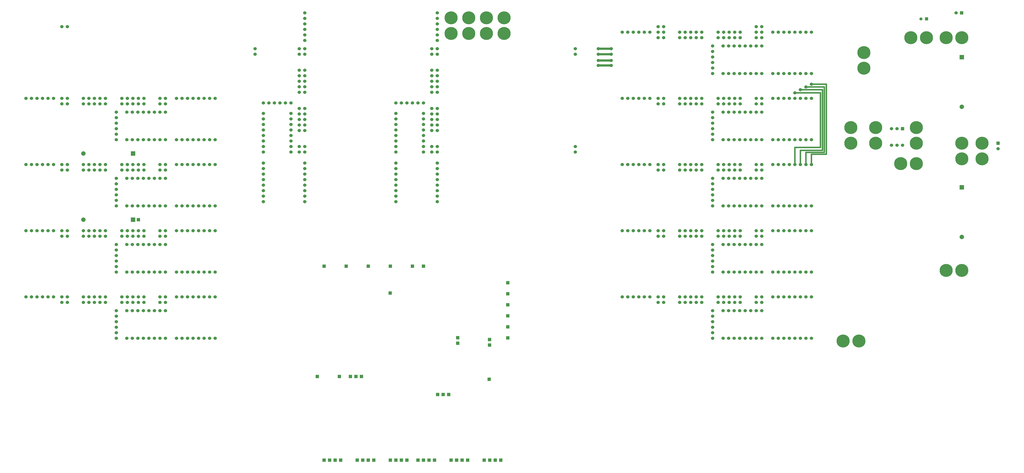
<source format=gbr>
G04 start of page 4 for group 2 idx 13 *
G04 Title: (unknown), jump *
G04 Creator: pcb 4.2.0 *
G04 CreationDate: Thu Sep 17 11:22:56 2020 UTC *
G04 For: commonadmin *
G04 Format: Gerber/RS-274X *
G04 PCB-Dimensions (mil): 18000.00 11000.00 *
G04 PCB-Coordinate-Origin: lower left *
%MOIN*%
%FSLAX25Y25*%
%LNBOTTOM*%
%ADD38C,0.0280*%
%ADD37C,0.0300*%
%ADD36C,0.0500*%
%ADD35C,0.1870*%
%ADD34C,0.0350*%
%ADD33C,0.0380*%
%ADD32C,0.0800*%
%ADD31C,0.0550*%
%ADD30C,0.0001*%
%ADD29C,0.2362*%
%ADD28C,0.0600*%
%ADD27C,0.0250*%
%ADD26C,0.0400*%
G54D26*X1051500Y998500D02*X1075000D01*
Y989500D02*X1051500D01*
Y1020000D02*X1075000D01*
Y1010000D02*X1051500D01*
G54D27*X1454000Y841000D02*Y940000D01*
X1457500Y835500D02*Y945500D01*
X1461000Y832000D02*Y950500D01*
X1464500Y828500D02*Y955500D01*
X1417500Y835500D02*X1457500D01*
X1427500Y832000D02*X1461000D01*
X1407500Y810000D02*Y841000D01*
X1454000D01*
X1417500Y810000D02*Y835500D01*
X1427500Y810000D02*Y832000D01*
X1437500Y810000D02*Y828500D01*
X1464500D01*
X1454000Y940000D02*X1407500D01*
X1417500Y945500D02*X1457500D01*
X1427500Y950500D02*X1461000D01*
X1437500Y955500D02*X1464500D01*
G54D28*X1367500Y975000D03*
X1377500D03*
X1387500D03*
X1397500D03*
X1407500D03*
X1417500D03*
X1427500D03*
X1437500D03*
G54D29*X1532500Y1012846D03*
Y984500D03*
G54D30*G36*
X1706000Y1008500D02*Y1000500D01*
X1714000D01*
Y1008500D01*
X1706000D01*
G37*
G54D28*X1367500Y1050000D03*
X1347500D03*
Y1040000D03*
X1377500Y1050000D03*
X1387500D03*
X1397500D03*
X1407500D03*
X1417500D03*
X1427500D03*
X1437500D03*
X1337500Y1040000D03*
Y1050000D03*
X1308500D03*
Y1040000D03*
G54D29*X1646000D03*
X1617654D03*
G54D28*X1219000D03*
X1209000Y1050000D03*
X1199000D03*
X1209000Y1040000D03*
X1199000D03*
X1170000D03*
X1160000D03*
X1170000Y1050000D03*
X1160000D03*
X1145000D03*
X1135000D03*
X1125000D03*
X1115000D03*
X1105000D03*
X1095000D03*
G54D29*X1709846Y1040000D03*
X1681500D03*
G54D30*G36*
X1706500Y1088000D02*Y1082000D01*
X1712500D01*
Y1088000D01*
X1706500D01*
G37*
G54D28*X1699500Y1085000D03*
G54D30*G36*
X1643250Y1076750D02*Y1071250D01*
X1648750D01*
Y1076750D01*
X1643250D01*
G37*
G54D31*X1636000Y1074000D03*
G54D28*X1277500Y975000D03*
X1287500D03*
X1297500D03*
X1307500D03*
X1317500D03*
X1327500D03*
X1337500D03*
X1347500D03*
X1258500D03*
Y985000D03*
Y995000D03*
Y1005000D03*
Y1015000D03*
Y1025000D03*
X1277500D03*
X1287500D03*
X1297500D03*
X1307500D03*
X1317500D03*
X1327500D03*
X1337500D03*
X1347500D03*
X1298500Y1050000D03*
X1288500D03*
X1278500D03*
X1268500D03*
X1298500Y1040000D03*
X1288500D03*
X1278500D03*
X1268500D03*
X1239000D03*
X1229000D03*
X1239000Y1050000D03*
X1229000D03*
X1219000D03*
X287500Y495000D03*
X297500D03*
X307500D03*
X317500D03*
X327500D03*
X337500D03*
X347500D03*
X357500D03*
X197500D03*
X207500D03*
X217500D03*
X227500D03*
X237500D03*
X247500D03*
X257500D03*
X267500D03*
X178500D03*
Y505000D03*
Y515000D03*
Y525000D03*
Y535000D03*
Y545000D03*
X197500D03*
X207500D03*
X217500D03*
X227500D03*
X237500D03*
X247500D03*
X257500D03*
X267500D03*
X287500Y570000D03*
X267500D03*
Y560000D03*
X297500Y570000D03*
X307500D03*
X317500D03*
X327500D03*
X337500D03*
X347500D03*
X357500D03*
X257500Y560000D03*
Y570000D03*
X228500D03*
Y560000D03*
X218500Y570000D03*
X208500D03*
X198500D03*
X188500D03*
X218500Y560000D03*
X208500D03*
X198500D03*
X188500D03*
X159000D03*
X149000D03*
X159000Y570000D03*
X149000D03*
X139000D03*
Y560000D03*
X129000Y570000D03*
X119000D03*
X129000Y560000D03*
X119000D03*
X90000D03*
X80000D03*
X90000Y570000D03*
X80000D03*
X65000D03*
X55000D03*
X45000D03*
X35000D03*
X25000D03*
X15000D03*
X197500Y615000D03*
X207500D03*
X217500D03*
X227500D03*
X237500D03*
X247500D03*
X257500D03*
X267500D03*
G54D30*G36*
X592000Y628500D02*Y622500D01*
X598000D01*
Y628500D01*
X592000D01*
G37*
G36*
X552000D02*Y622500D01*
X558000D01*
Y628500D01*
X552000D01*
G37*
G54D28*X178500Y615000D03*
Y625000D03*
Y635000D03*
Y645000D03*
Y655000D03*
Y665000D03*
X197500D03*
X207500D03*
X217500D03*
X227500D03*
X237500D03*
X247500D03*
X257500D03*
X267500D03*
X218500Y690000D03*
Y680000D03*
X208500D03*
X198500D03*
X188500D03*
X208500Y690000D03*
X198500D03*
X188500D03*
X159000D03*
X149000D03*
X139000D03*
G54D32*X119000Y710000D03*
G54D30*G36*
X215500Y713000D02*Y707000D01*
X221500D01*
Y713000D01*
X215500D01*
G37*
G54D28*X159000Y680000D03*
X149000D03*
X139000D03*
X129000Y690000D03*
X119000D03*
X129000Y680000D03*
X119000D03*
X90000D03*
X80000D03*
X90000Y690000D03*
X80000D03*
X65000D03*
X55000D03*
X45000D03*
X35000D03*
X25000D03*
X15000D03*
X287500Y855000D03*
Y930000D03*
X297500D03*
X307500D03*
X317500D03*
X327500D03*
X337500D03*
X347500D03*
X357500D03*
X297500Y855000D03*
X307500D03*
X317500D03*
X327500D03*
X337500D03*
X347500D03*
X357500D03*
X317500Y810000D03*
X327500D03*
X337500D03*
X347500D03*
X357500D03*
X287500D03*
X297500D03*
X307500D03*
X228500D03*
X218500D03*
X208500D03*
X267500D03*
Y800000D03*
X257500D03*
Y810000D03*
X228500Y800000D03*
X218500D03*
X208500D03*
G54D30*G36*
X205000Y834000D02*Y826000D01*
X213000D01*
Y834000D01*
X205000D01*
G37*
G54D28*X198500Y810000D03*
Y800000D03*
X188500D03*
Y810000D03*
X159000D03*
X149000D03*
X139000D03*
X129000D03*
X119000D03*
X159000Y800000D03*
X149000D03*
X139000D03*
X129000D03*
X119000D03*
X197500Y855000D03*
X207500D03*
X217500D03*
X227500D03*
X237500D03*
X247500D03*
X257500D03*
X267500D03*
X178500D03*
Y865000D03*
Y875000D03*
Y885000D03*
Y895000D03*
Y905000D03*
X197500D03*
X207500D03*
X217500D03*
X227500D03*
X237500D03*
X247500D03*
X257500D03*
X267500D03*
Y930000D03*
Y920000D03*
X257500D03*
Y930000D03*
X228500D03*
Y920000D03*
X218500Y930000D03*
Y920000D03*
X208500Y930000D03*
Y920000D03*
X198500Y930000D03*
X188500D03*
X198500Y920000D03*
X188500D03*
X159000D03*
X149000D03*
X139000D03*
X129000D03*
X159000Y930000D03*
X149000D03*
X139000D03*
X129000D03*
X119000D03*
Y920000D03*
X90000Y930000D03*
X80000D03*
X65000D03*
X90000Y920000D03*
X80000D03*
X55000Y930000D03*
X45000D03*
X35000D03*
X25000D03*
X15000D03*
X317500Y615000D03*
X327500D03*
X337500D03*
X347500D03*
X287500D03*
X297500D03*
X307500D03*
X357500D03*
X307500Y690000D03*
X317500D03*
X327500D03*
X337500D03*
X347500D03*
X357500D03*
X287500D03*
X267500D03*
Y680000D03*
X297500Y690000D03*
X287500Y735000D03*
X297500D03*
X307500D03*
X317500D03*
X327500D03*
X337500D03*
X347500D03*
X357500D03*
X267500D03*
X257500Y680000D03*
Y690000D03*
X228500D03*
Y680000D03*
X257500Y735000D03*
G54D30*G36*
X205000Y714000D02*Y706000D01*
X213000D01*
Y714000D01*
X205000D01*
G37*
G54D28*X197500Y735000D03*
X207500D03*
X217500D03*
X227500D03*
X237500D03*
X247500D03*
X178500D03*
Y745000D03*
Y755000D03*
Y765000D03*
Y775000D03*
Y785000D03*
X197500D03*
X207500D03*
X217500D03*
X227500D03*
X237500D03*
X247500D03*
X257500D03*
X267500D03*
X90000Y810000D03*
X80000D03*
X65000D03*
X90000Y800000D03*
X80000D03*
X55000Y810000D03*
X45000D03*
X35000D03*
X25000D03*
X15000D03*
G54D32*X119000Y830000D03*
G54D28*X445000Y812500D03*
X520000D03*
X445000Y802500D03*
Y792500D03*
Y782500D03*
Y772500D03*
Y762500D03*
Y752500D03*
Y742500D03*
X520000Y802500D03*
Y792500D03*
Y782500D03*
Y772500D03*
Y762500D03*
Y752500D03*
Y742500D03*
Y832500D03*
X510000D03*
Y842500D03*
X520000D03*
X445000Y902500D03*
Y921500D03*
X455000D03*
X445000Y892500D03*
X465000Y921500D03*
X475000D03*
X485000D03*
X495000D03*
Y902500D03*
X445000Y882500D03*
Y872500D03*
Y862500D03*
Y852500D03*
Y842500D03*
Y832500D03*
X495000Y862500D03*
Y852500D03*
Y842500D03*
Y832500D03*
Y892500D03*
Y882500D03*
Y872500D03*
X520000Y871500D03*
X510000D03*
Y881500D03*
Y891500D03*
Y901500D03*
X520000Y881500D03*
Y891500D03*
Y901500D03*
Y911500D03*
Y941000D03*
Y951000D03*
X510000Y911500D03*
Y941000D03*
Y951000D03*
X520000Y961000D03*
Y971000D03*
Y981000D03*
Y1010000D03*
X510000Y961000D03*
Y971000D03*
Y981000D03*
Y1010000D03*
Y1020000D03*
X520000D03*
Y1035000D03*
Y1045000D03*
Y1055000D03*
Y1065000D03*
Y1075000D03*
Y1085000D03*
X1367500Y735000D03*
Y810000D03*
X1377500D03*
X1387500D03*
X1397500D03*
X1407500D03*
X1417500D03*
X1427500D03*
X1437500D03*
X1377500Y735000D03*
X1387500D03*
X1397500D03*
X1407500D03*
X1417500D03*
X1427500D03*
X1437500D03*
X1397500Y690000D03*
X1407500D03*
X1417500D03*
X1427500D03*
X1437500D03*
X1367500Y495000D03*
X1377500D03*
X1387500D03*
X1397500D03*
X1407500D03*
X1417500D03*
X1427500D03*
X1437500D03*
G54D29*X1495000Y490000D03*
X1523346D03*
G54D28*X1367500Y570000D03*
X1377500D03*
X1387500D03*
X1397500D03*
X1407500D03*
X1417500D03*
X1427500D03*
X1437500D03*
X1278500Y810000D03*
X1268500D03*
X1278500Y800000D03*
X1268500D03*
X1239000D03*
X1229000D03*
X1219000D03*
X1209000D03*
X1239000Y810000D03*
X1229000D03*
X1219000D03*
X1209000D03*
X1199000D03*
Y800000D03*
X1170000Y810000D03*
X1160000D03*
X1145000D03*
X1170000Y800000D03*
X1160000D03*
X1135000Y810000D03*
X1125000D03*
X1115000D03*
X1105000D03*
X1095000D03*
X1367500Y615000D03*
X1377500D03*
X1387500D03*
X1397500D03*
X1407500D03*
X1417500D03*
X1427500D03*
X1437500D03*
X1297500D03*
X1307500D03*
X1317500D03*
X1327500D03*
X1337500D03*
X1347500D03*
X1277500D03*
X1258500D03*
Y625000D03*
Y635000D03*
Y645000D03*
Y655000D03*
Y665000D03*
X1287500D03*
X1297500D03*
X1307500D03*
X1317500D03*
X1327500D03*
X1337500D03*
X1347500D03*
X1287500Y615000D03*
G54D30*G36*
X712000Y628500D02*Y622500D01*
X718000D01*
Y628500D01*
X712000D01*
G37*
G36*
X732000D02*Y622500D01*
X738000D01*
Y628500D01*
X732000D01*
G37*
G36*
X672000D02*Y622500D01*
X678000D01*
Y628500D01*
X672000D01*
G37*
G36*
X632000D02*Y622500D01*
X638000D01*
Y628500D01*
X632000D01*
G37*
G36*
X671500Y580000D02*Y574000D01*
X677500D01*
Y580000D01*
X671500D01*
G37*
G54D28*X1277500Y735000D03*
X1287500D03*
X1297500D03*
X1307500D03*
X1317500D03*
X1327500D03*
X1337500D03*
X1347500D03*
X1258500D03*
Y745000D03*
Y755000D03*
Y765000D03*
Y775000D03*
Y785000D03*
X1277500D03*
X1287500D03*
X1297500D03*
X1307500D03*
X1317500D03*
X1327500D03*
X1337500D03*
X1347500D03*
Y810000D03*
Y800000D03*
X1337500D03*
Y810000D03*
X1308500D03*
Y800000D03*
X1298500Y810000D03*
Y800000D03*
X1288500Y810000D03*
Y800000D03*
X1367500Y690000D03*
X1377500D03*
X1387500D03*
X1308500D03*
X1298500D03*
X1288500D03*
X1347500D03*
Y680000D03*
X1337500D03*
Y690000D03*
X1308500Y680000D03*
X1298500D03*
X1288500D03*
X1278500Y690000D03*
Y680000D03*
X1268500D03*
Y690000D03*
X1239000D03*
X1229000D03*
X1219000D03*
X1209000D03*
X1199000D03*
X1239000Y680000D03*
X1229000D03*
X1219000D03*
X1209000D03*
X1199000D03*
X1170000Y690000D03*
X1160000D03*
X1145000D03*
X1170000Y680000D03*
X1160000D03*
X1135000Y690000D03*
X1125000D03*
X1115000D03*
X1105000D03*
X1095000D03*
X1287500Y495000D03*
X1297500D03*
X1307500D03*
X1317500D03*
X1327500D03*
X1337500D03*
G54D30*G36*
X794000Y499000D02*Y493000D01*
X800000D01*
Y499000D01*
X794000D01*
G37*
G36*
Y489000D02*Y483000D01*
X800000D01*
Y489000D01*
X794000D01*
G37*
G54D28*X1277500Y665000D03*
Y495000D03*
Y545000D03*
X1258500Y525000D03*
Y535000D03*
Y545000D03*
X1287500D03*
X1297500D03*
X1307500D03*
X1317500D03*
X1278500Y560000D03*
X1268500Y570000D03*
Y560000D03*
X1258500Y495000D03*
Y505000D03*
Y515000D03*
X1347500Y495000D03*
G54D30*G36*
X884500Y518500D02*Y512500D01*
X890500D01*
Y518500D01*
X884500D01*
G37*
G36*
X851500Y485500D02*Y479500D01*
X857500D01*
Y485500D01*
X851500D01*
G37*
G36*
Y495500D02*Y489500D01*
X857500D01*
Y495500D01*
X851500D01*
G37*
G36*
X851000Y423500D02*Y417500D01*
X857000D01*
Y423500D01*
X851000D01*
G37*
G36*
X884500Y498500D02*Y492500D01*
X890500D01*
Y498500D01*
X884500D01*
G37*
G54D28*X1327500Y545000D03*
X1337500D03*
X1347500D03*
Y570000D03*
Y560000D03*
X1337500D03*
Y570000D03*
X1308500D03*
Y560000D03*
X1298500Y570000D03*
Y560000D03*
X1288500Y570000D03*
Y560000D03*
X1278500Y570000D03*
X1239000D03*
Y560000D03*
X1229000Y570000D03*
Y560000D03*
X1219000Y570000D03*
Y560000D03*
X1209000Y570000D03*
Y560000D03*
X1199000D03*
Y570000D03*
X1170000D03*
Y560000D03*
X1160000D03*
Y570000D03*
X1145000D03*
X1135000D03*
X1125000D03*
X1115000D03*
X1105000D03*
X1095000D03*
G54D30*G36*
X884500Y598500D02*Y592500D01*
X890500D01*
Y598500D01*
X884500D01*
G37*
G36*
Y578500D02*Y572500D01*
X890500D01*
Y578500D01*
X884500D01*
G37*
G36*
Y538500D02*Y532500D01*
X890500D01*
Y538500D01*
X884500D01*
G37*
G36*
Y558500D02*Y552500D01*
X890500D01*
Y558500D01*
X884500D01*
G37*
G36*
X872000Y277000D02*Y271000D01*
X878000D01*
Y277000D01*
X872000D01*
G37*
G36*
X862000D02*Y271000D01*
X868000D01*
Y277000D01*
X862000D01*
G37*
G36*
X852000D02*Y271000D01*
X858000D01*
Y277000D01*
X852000D01*
G37*
G36*
X842000D02*Y271000D01*
X848000D01*
Y277000D01*
X842000D01*
G37*
G36*
X812000D02*Y271000D01*
X818000D01*
Y277000D01*
X812000D01*
G37*
G36*
X802000D02*Y271000D01*
X808000D01*
Y277000D01*
X802000D01*
G37*
G36*
X792000D02*Y271000D01*
X798000D01*
Y277000D01*
X792000D01*
G37*
G36*
X782000D02*Y271000D01*
X788000D01*
Y277000D01*
X782000D01*
G37*
G36*
X582000D02*Y271000D01*
X588000D01*
Y277000D01*
X582000D01*
G37*
G36*
X642000D02*Y271000D01*
X648000D01*
Y277000D01*
X642000D01*
G37*
G36*
X632000D02*Y271000D01*
X638000D01*
Y277000D01*
X632000D01*
G37*
G36*
X622000D02*Y271000D01*
X628000D01*
Y277000D01*
X622000D01*
G37*
G36*
X612000D02*Y271000D01*
X618000D01*
Y277000D01*
X612000D01*
G37*
G36*
X572000D02*Y271000D01*
X578000D01*
Y277000D01*
X572000D01*
G37*
G36*
X579500Y428500D02*Y422500D01*
X585500D01*
Y428500D01*
X579500D01*
G37*
G36*
X619500D02*Y422500D01*
X625500D01*
Y428500D01*
X619500D01*
G37*
G36*
X599500D02*Y422500D01*
X605500D01*
Y428500D01*
X599500D01*
G37*
G36*
X609500D02*Y422500D01*
X615500D01*
Y428500D01*
X609500D01*
G37*
G36*
X562000Y277000D02*Y271000D01*
X568000D01*
Y277000D01*
X562000D01*
G37*
G36*
X552000D02*Y271000D01*
X558000D01*
Y277000D01*
X552000D01*
G37*
G36*
X539500Y428500D02*Y422500D01*
X545500D01*
Y428500D01*
X539500D01*
G37*
G36*
X702000Y277000D02*Y271000D01*
X708000D01*
Y277000D01*
X702000D01*
G37*
G36*
X692000D02*Y271000D01*
X698000D01*
Y277000D01*
X692000D01*
G37*
G36*
X732000D02*Y271000D01*
X738000D01*
Y277000D01*
X732000D01*
G37*
G36*
X722000D02*Y271000D01*
X728000D01*
Y277000D01*
X722000D01*
G37*
G36*
X752000D02*Y271000D01*
X758000D01*
Y277000D01*
X752000D01*
G37*
G36*
X742000D02*Y271000D01*
X748000D01*
Y277000D01*
X742000D01*
G37*
G36*
X682000D02*Y271000D01*
X688000D01*
Y277000D01*
X682000D01*
G37*
G36*
X672000D02*Y271000D01*
X678000D01*
Y277000D01*
X672000D01*
G37*
G36*
X777500Y396000D02*Y390000D01*
X783500D01*
Y396000D01*
X777500D01*
G37*
G36*
X767500D02*Y390000D01*
X773500D01*
Y396000D01*
X767500D01*
G37*
G36*
X757500D02*Y390000D01*
X763500D01*
Y396000D01*
X757500D01*
G37*
G54D29*X881000Y1075846D03*
Y1047500D03*
X849000Y1075846D03*
Y1047500D03*
X817000Y1075846D03*
Y1047500D03*
X785000Y1075846D03*
Y1047500D03*
G54D28*X760000Y1085000D03*
Y1075000D03*
Y1065000D03*
Y1055000D03*
Y1045000D03*
Y1035000D03*
Y1020000D03*
X750000D03*
Y1010000D03*
X760000D03*
X750000Y981000D03*
X760000D03*
X750000Y971000D03*
X760000D03*
X750000Y961000D03*
Y951000D03*
Y941000D03*
X760000Y961000D03*
Y951000D03*
Y941000D03*
Y911500D03*
Y901500D03*
Y891500D03*
Y742500D03*
Y752500D03*
Y762500D03*
Y772500D03*
Y782500D03*
Y792500D03*
Y802500D03*
Y812500D03*
Y881500D03*
Y871500D03*
Y842500D03*
Y832500D03*
X750000Y871500D03*
X735000Y852500D03*
Y862500D03*
X750000Y842500D03*
Y832500D03*
X735000D03*
Y842500D03*
Y872500D03*
X750000Y911500D03*
Y901500D03*
Y891500D03*
Y881500D03*
X735000Y882500D03*
Y892500D03*
Y902500D03*
Y921500D03*
X725000D03*
X715000D03*
X705000D03*
X695000D03*
X685000D03*
Y882500D03*
Y892500D03*
Y902500D03*
Y832500D03*
Y842500D03*
Y852500D03*
Y862500D03*
Y872500D03*
Y742500D03*
Y752500D03*
Y762500D03*
Y772500D03*
Y782500D03*
Y792500D03*
Y802500D03*
Y812500D03*
X1367500Y855000D03*
Y930000D03*
X1377500Y855000D03*
X1387500D03*
X1397500D03*
X1407500D03*
X1417500D03*
X1427500D03*
X1437500D03*
X1377500Y930000D03*
X1387500D03*
X1397500D03*
X1407500D03*
X1417500D03*
X1427500D03*
X1437500D03*
X1277500Y855000D03*
X1287500D03*
X1297500D03*
X1307500D03*
X1317500D03*
X1327500D03*
X1337500D03*
X1347500D03*
X1258500D03*
Y865000D03*
Y875000D03*
Y885000D03*
Y895000D03*
Y905000D03*
X1277500D03*
X1287500D03*
X1297500D03*
X1307500D03*
X1317500D03*
X1327500D03*
X1337500D03*
X1347500D03*
X1278500Y930000D03*
X1268500D03*
X1278500Y920000D03*
X1268500D03*
X1239000D03*
X1229000D03*
X1219000D03*
X1209000D03*
X1239000Y930000D03*
X1229000D03*
X1219000D03*
X1209000D03*
X1199000D03*
Y920000D03*
X1170000Y930000D03*
X1160000D03*
X1145000D03*
X1170000Y920000D03*
X1160000D03*
X1135000Y930000D03*
X1125000D03*
X1115000D03*
X1105000D03*
X1095000D03*
G54D29*X1746500Y848500D03*
G54D30*G36*
X1772500Y851500D02*Y845500D01*
X1778500D01*
Y851500D01*
X1772500D01*
G37*
G54D28*X1775500Y838500D03*
G54D29*X1746500Y820154D03*
X1710000Y848500D03*
Y820154D03*
G54D30*G36*
X1706000Y772500D02*Y764500D01*
X1714000D01*
Y772500D01*
X1706000D01*
G37*
G54D32*X1710000Y678500D03*
G54D29*Y618000D03*
X1681654D03*
X1554000Y848654D03*
G54D28*X1582500Y845000D03*
X1592500D03*
X1602500D03*
G54D29*X1627500Y848654D03*
X1599154Y811654D03*
X1627500D03*
G54D28*X1347500Y930000D03*
Y920000D03*
X1337500D03*
Y930000D03*
X1308500D03*
Y920000D03*
X1298500Y930000D03*
Y920000D03*
X1288500Y930000D03*
Y920000D03*
G54D32*X1710000Y914500D03*
G54D29*X1554000Y877000D03*
G54D30*G36*
X1599500Y878000D02*Y872000D01*
X1605500D01*
Y878000D01*
X1599500D01*
G37*
G54D28*X1592500Y875000D03*
X1582500D03*
G54D29*X1627500Y877000D03*
X1509000D03*
Y848654D03*
G54D28*X1075000Y1020000D03*
Y1010000D03*
X1051500D03*
Y1020000D03*
X1160000Y1060000D03*
X1170000D03*
X1337500D03*
X1347500D03*
X80000D03*
X90000D03*
X1010000Y1020000D03*
X430000D03*
Y1010000D03*
X1010000D03*
Y842500D03*
Y832500D03*
X1075000Y998500D03*
X1051500D03*
X1075000Y989500D03*
X1051500D03*
X1407500Y940000D03*
X1417500Y945500D03*
X1427500Y950500D03*
X1437500Y955500D03*
G54D33*G54D34*G54D33*G54D35*G54D36*G54D33*G54D35*G54D33*G54D35*G54D33*G54D37*G54D33*G54D36*G54D33*G54D36*G54D33*G54D36*G54D33*G54D36*G54D33*G54D35*G54D33*G54D35*G54D33*G54D35*G54D33*G54D35*G54D36*G54D35*G54D38*G54D35*G54D33*G54D36*G54D35*G54D38*G54D35*M02*

</source>
